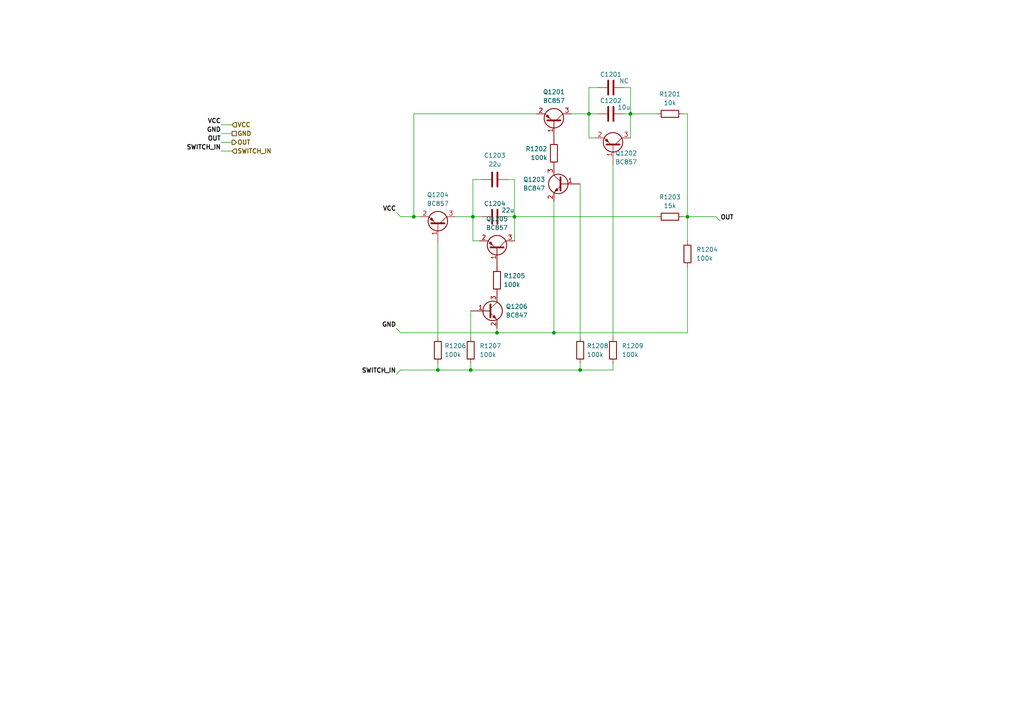
<source format=kicad_sch>
(kicad_sch (version 20211123) (generator eeschema)
  (paper "A4")
  (title_block (title "CanSat 2023") (rev "2022") (company "The Project SkyFall") (comment 1 "David Haisman"))
  (lib_symbols
    (symbol "Device:C" (pin_numbers hide) (pin_names (offset 0.254))
      (property "Reference" "C" (at 0.635 2.54 0))
      (property "Value" "C" (at 0.635 -2.54 0))
      (symbol "C_0_1"
        (polyline (pts (xy -2.032 -0.762) (xy 2.032 -0.762)) (stroke (width 0.508)))
        (polyline (pts (xy -2.032 0.762) (xy 2.032 0.762)) (stroke (width 0.508)))
      )
      (symbol "C_1_1"
        (pin passive line (at 0 3.81 270) (length 2.794) (name "~") (number "1"))
        (pin passive line (at 0 -3.81 90) (length 2.794) (name "~") (number "2"))
      )
    )
    (symbol "Device:R" (pin_numbers hide) (pin_names (offset 0))
      (property "Reference" "R" (at 2.032 0 90))
      (property "Value" "R" (at 0 0 90))
      (symbol "R_0_1"
        (rectangle (start -1.016 -2.54) (end 1.016 2.54) (stroke (width 0.254)))
      )
      (symbol "R_1_1"
        (pin passive line (at 0 3.81 270) (length 1.27) (name "~") (number "1"))
        (pin passive line (at 0 -3.81 90) (length 1.27) (name "~") (number "2"))
      )
    )
    (symbol "Transistor_BJT:BC847" (pin_names (offset 0) hide)
      (property "Reference" "Q" (at 5.08 1.905 0))
      (property "Value" "BC847" (at 5.08 0 0))
      (symbol "BC847_0_1"
        (polyline (pts (xy 0.635 0.635) (xy 2.54 2.54)))
        (polyline (pts (xy 0.635 -0.635) (xy 2.54 -2.54) (xy 2.54 -2.54)))
        (polyline (pts (xy 0.635 1.905) (xy 0.635 -1.905) (xy 0.635 -1.905)) (stroke (width 0.508)))
        (polyline (pts (xy 1.27 -1.778) (xy 1.778 -1.27) (xy 2.286 -2.286) (xy 1.27 -1.778) (xy 1.27 -1.778)) (fill (type outline)))
        (circle (center 1.27 0) (radius 2.8194) (stroke (width 0.254)))
      )
      (symbol "BC847_1_1"
        (pin input line (at -5.08 0 0) (length 5.715) (name "B") (number "1"))
        (pin passive line (at 2.54 -5.08 90) (length 2.54) (name "E") (number "2"))
        (pin passive line (at 2.54 5.08 270) (length 2.54) (name "C") (number "3"))
      )
    )
    (symbol "Transistor_BJT:BC857" (pin_names (offset 0) hide)
      (property "Reference" "Q" (at 5.08 1.905 0))
      (property "Value" "BC857" (at 5.08 0 0))
      (symbol "BC857_0_1"
        (polyline (pts (xy 0.635 0.635) (xy 2.54 2.54)))
        (polyline (pts (xy 0.635 -0.635) (xy 2.54 -2.54) (xy 2.54 -2.54)))
        (polyline (pts (xy 0.635 1.905) (xy 0.635 -1.905) (xy 0.635 -1.905)) (stroke (width 0.508)))
        (polyline (pts (xy 2.286 -1.778) (xy 1.778 -2.286) (xy 1.27 -1.27) (xy 2.286 -1.778) (xy 2.286 -1.778)) (fill (type outline)))
        (circle (center 1.27 0) (radius 2.8194) (stroke (width 0.254)))
      )
      (symbol "BC857_1_1"
        (pin input line (at -5.08 0 0) (length 5.715) (name "B") (number "1"))
        (pin passive line (at 2.54 -5.08 90) (length 2.54) (name "E") (number "2"))
        (pin passive line (at 2.54 5.08 270) (length 2.54) (name "C") (number "3"))
      )
    )
  )
  (junction (at 144.145 96.52))
  (junction (at 149.225 62.865))
  (junction (at 137.16 62.865))
  (junction (at 199.39 62.865))
  (junction (at 127 107.315))
  (junction (at 168.275 107.315))
  (junction (at 120.015 62.865))
  (junction (at 170.815 33.02))
  (junction (at 160.655 96.52))
  (junction (at 182.88 33.02))
  (junction (at 136.525 107.315))
  (wire (pts (xy 132.08 62.865) (xy 137.16 62.865)))
  (wire (pts (xy 116.205 62.865) (xy 114.935 61.595)))
  (wire (pts (xy 136.525 107.315) (xy 168.275 107.315)))
  (wire (pts (xy 64.135 36.195) (xy 67.31 36.195)))
  (wire (pts (xy 198.12 33.02) (xy 199.39 33.02)))
  (wire (pts (xy 116.205 107.315) (xy 127 107.315)))
  (wire (pts (xy 199.39 33.02) (xy 199.39 62.865)))
  (wire (pts (xy 114.935 95.25) (xy 116.205 96.52)))
  (wire (pts (xy 114.935 108.585) (xy 116.205 107.315)))
  (wire (pts (xy 137.16 62.865) (xy 139.7 62.865)))
  (wire (pts (xy 147.32 52.07) (xy 149.225 52.07)))
  (wire (pts (xy 182.88 33.02) (xy 182.88 40.005)))
  (wire (pts (xy 207.645 62.865) (xy 208.915 64.135)))
  (wire (pts (xy 136.525 107.315) (xy 127 107.315)))
  (wire (pts (xy 137.16 52.07) (xy 137.16 62.865)))
  (wire (pts (xy 139.7 52.07) (xy 137.16 52.07)))
  (wire (pts (xy 182.88 25.4) (xy 182.88 33.02)))
  (wire (pts (xy 170.815 25.4) (xy 170.815 33.02)))
  (wire (pts (xy 160.655 96.52) (xy 199.39 96.52)))
  (wire (pts (xy 198.12 62.865) (xy 199.39 62.865)))
  (wire (pts (xy 137.16 69.85) (xy 137.16 62.865)))
  (wire (pts (xy 127 97.79) (xy 127 70.485)))
  (wire (pts (xy 149.225 62.865) (xy 190.5 62.865)))
  (wire (pts (xy 144.145 96.52) (xy 160.655 96.52)))
  (wire (pts (xy 180.975 25.4) (xy 182.88 25.4)))
  (wire (pts (xy 149.225 62.865) (xy 149.225 69.85)))
  (wire (pts (xy 136.525 90.17) (xy 136.525 97.79)))
  (wire (pts (xy 199.39 62.865) (xy 207.645 62.865)))
  (wire (pts (xy 165.735 33.02) (xy 170.815 33.02)))
  (wire (pts (xy 144.145 95.25) (xy 144.145 96.52)))
  (wire (pts (xy 168.275 107.315) (xy 177.8 107.315)))
  (wire (pts (xy 139.065 69.85) (xy 137.16 69.85)))
  (wire (pts (xy 64.135 38.735) (xy 67.31 38.735)))
  (wire (pts (xy 136.525 105.41) (xy 136.525 107.315)))
  (wire (pts (xy 64.135 41.275) (xy 67.31 41.275)))
  (wire (pts (xy 177.8 47.625) (xy 177.8 97.79)))
  (wire (pts (xy 120.015 33.02) (xy 120.015 62.865)))
  (wire (pts (xy 182.88 33.02) (xy 190.5 33.02)))
  (wire (pts (xy 199.39 77.47) (xy 199.39 96.52)))
  (wire (pts (xy 116.205 96.52) (xy 144.145 96.52)))
  (wire (pts (xy 147.32 62.865) (xy 149.225 62.865)))
  (wire (pts (xy 170.815 33.02) (xy 173.355 33.02)))
  (wire (pts (xy 160.655 58.42) (xy 160.655 96.52)))
  (wire (pts (xy 177.8 105.41) (xy 177.8 107.315)))
  (wire (pts (xy 168.275 107.315) (xy 168.275 105.41)))
  (wire (pts (xy 64.135 43.815) (xy 67.31 43.815)))
  (wire (pts (xy 170.815 40.005) (xy 170.815 33.02)))
  (wire (pts (xy 172.72 40.005) (xy 170.815 40.005)))
  (wire (pts (xy 149.225 52.07) (xy 149.225 62.865)))
  (wire (pts (xy 199.39 62.865) (xy 199.39 69.85)))
  (wire (pts (xy 180.975 33.02) (xy 182.88 33.02)))
  (wire (pts (xy 120.015 62.865) (xy 121.92 62.865)))
  (wire (pts (xy 155.575 33.02) (xy 120.015 33.02)))
  (wire (pts (xy 173.355 25.4) (xy 170.815 25.4)))
  (wire (pts (xy 116.205 62.865) (xy 120.015 62.865)))
  (wire (pts (xy 127 107.315) (xy 127 105.41)))
  (wire (pts (xy 168.275 53.34) (xy 168.275 97.79)))
  (label "VCC" (at 114.935 61.595 180) (effects (font bold)))
  (label "GND" (at 114.935 95.25 180) (effects (font bold)))
  (label "OUT" (at 64.135 41.275 180) (effects (font bold)))
  (label "SWITCH_IN" (at 114.935 108.585 180) (effects (font bold)))
  (label "SWITCH_IN" (at 64.135 43.815 180) (effects (font bold)))
  (label "OUT" (at 208.915 64.135 0) (effects (font bold)))
  (label "VCC" (at 64.135 36.195 180) (effects (font bold)))
  (label "GND" (at 64.135 38.735 180) (effects (font bold)))
  (hierarchical_label "VCC" (shape input) (at 67.31 36.195 0) (effects (font (thickness 0.254) bold)))
  (hierarchical_label "OUT" (shape output) (at 67.31 41.275 0) (effects (font bold)))
  (hierarchical_label "GND" (shape passive) (at 67.31 38.735 0) (effects (font bold)))
  (hierarchical_label "SWITCH_IN" (shape input) (at 67.31 43.815 0) (effects (font bold)))
  (symbol (lib_id "Device:R") (at 160.655 44.45 0) (mirror x) (unit 1)
    (property "Reference" "R1202" (at 158.75 43.1799 0) (effects (justify right)))
    (property "Value" "100k" (at 158.75 45.7199 0) (effects (justify right)))
    (property "Footprint" "Resistor_SMD:R_0805_2012Metric" (effects hide))
  )
  (symbol (lib_id "Device:R") (at 194.31 33.02 90) (unit 1)
    (property "Reference" "R1201" (at 194.31 27.305 90))
    (property "Value" "10k" (at 194.31 29.845 90))
    (property "Footprint" "Resistor_SMD:R_0805_2012Metric" (effects hide))
  )
  (symbol (lib_id "Device:R") (at 168.275 101.6 180) (unit 1)
    (property "Reference" "R1208" (at 170.18 100.3299 0) (effects (justify right)))
    (property "Value" "100k" (at 170.18 102.8699 0) (effects (justify right)))
    (property "Footprint" "Resistor_SMD:R_0805_2012Metric" (effects hide))
  )
  (symbol (lib_id "Transistor_BJT:BC847") (at 141.605 90.17 0) (unit 1)
    (property "Reference" "Q1206" (at 146.685 88.8999 0) (effects (justify left)))
    (property "Value" "BC847" (at 146.685 91.4399 0) (effects (justify left)))
    (property "Footprint" "Package_TO_SOT_SMD:SOT-23" (effects hide))
    (property "Datasheet" "http://www.infineon.com/dgdl/Infineon-BC847SERIES_BC848SERIES_BC849SERIES_BC850SERIES-DS-v01_01-en.pdf?fileId=db3a304314dca389011541d4630a1657" (effects hide))
  )
  (symbol (lib_id "Device:R") (at 177.8 101.6 180) (unit 1)
    (property "Reference" "R1209" (at 180.34 100.3299 0) (effects (justify right)))
    (property "Value" "100k" (at 180.34 102.8699 0) (effects (justify right)))
    (property "Footprint" "Resistor_SMD:R_0805_2012Metric" (effects hide))
  )
  (symbol (lib_id "Device:C") (at 143.51 62.865 90) (unit 1)
    (property "Reference" "C1204" (at 143.51 59.055 90))
    (property "Value" "22u" (at 147.32 60.96 90))
    (property "Footprint" "Capacitor_SMD:C_0805_2012Metric" (effects hide))
  )
  (symbol (lib_id "Device:C") (at 177.165 33.02 90) (unit 1)
    (property "Reference" "C1202" (at 177.165 29.21 90))
    (property "Value" "10u" (at 180.975 31.115 90))
    (property "Footprint" "Capacitor_SMD:C_0805_2012Metric" (effects hide))
  )
  (symbol (lib_id "Transistor_BJT:BC857") (at 177.8 42.545 270) (mirror x) (unit 1)
    (property "Reference" "Q1202" (at 181.61 44.45 90))
    (property "Value" "BC857" (at 181.61 46.99 90))
    (property "Footprint" "Package_TO_SOT_SMD:SOT-23" (effects hide))
    (property "Datasheet" "https://www.onsemi.com/pub/Collateral/BC860-D.pdf" (effects hide))
  )
  (symbol (lib_id "Device:R") (at 127 101.6 180) (unit 1)
    (property "Reference" "R1206" (at 128.905 100.3299 0) (effects (justify right)))
    (property "Value" "100k" (at 128.905 102.8699 0) (effects (justify right)))
    (property "Footprint" "Resistor_SMD:R_0805_2012Metric" (effects hide))
  )
  (symbol (lib_id "Device:R") (at 144.145 81.28 180) (unit 1)
    (property "Reference" "R1205" (at 146.05 80.0099 0) (effects (justify right)))
    (property "Value" "100k" (at 146.05 82.5499 0) (effects (justify right)))
    (property "Footprint" "Resistor_SMD:R_0805_2012Metric" (effects hide))
  )
  (symbol (lib_id "Transistor_BJT:BC847") (at 163.195 53.34 0) (mirror y) (unit 1)
    (property "Reference" "Q1203" (at 158.115 52.0699 0) (effects (justify left)))
    (property "Value" "BC847" (at 158.115 54.6099 0) (effects (justify left)))
    (property "Footprint" "Package_TO_SOT_SMD:SOT-23" (effects hide))
    (property "Datasheet" "http://www.infineon.com/dgdl/Infineon-BC847SERIES_BC848SERIES_BC849SERIES_BC850SERIES-DS-v01_01-en.pdf?fileId=db3a304314dca389011541d4630a1657" (effects hide))
  )
  (symbol (lib_id "Device:C") (at 177.165 25.4 90) (unit 1)
    (property "Reference" "C1201" (at 177.165 21.59 90))
    (property "Value" "NC" (at 180.975 23.495 90))
    (property "Footprint" "Capacitor_SMD:C_0805_2012Metric" (effects hide))
  )
  (symbol (lib_id "Device:R") (at 136.525 101.6 180) (unit 1)
    (property "Reference" "R1207" (at 139.065 100.3299 0) (effects (justify right)))
    (property "Value" "100k" (at 139.065 102.8699 0) (effects (justify right)))
    (property "Footprint" "Resistor_SMD:R_0805_2012Metric" (effects hide))
  )
  (symbol (lib_id "Device:R") (at 199.39 73.66 180) (unit 1)
    (property "Reference" "R1204" (at 201.93 72.3899 0) (effects (justify right)))
    (property "Value" "100k" (at 201.93 74.9299 0) (effects (justify right)))
    (property "Footprint" "Resistor_SMD:R_0805_2012Metric" (effects hide))
  )
  (symbol (lib_id "Transistor_BJT:BC857") (at 144.145 72.39 270) (mirror x) (unit 1)
    (property "Reference" "Q1205" (at 144.145 63.5 90))
    (property "Value" "BC857" (at 144.145 66.04 90))
    (property "Footprint" "Package_TO_SOT_SMD:SOT-23" (effects hide))
    (property "Datasheet" "https://www.onsemi.com/pub/Collateral/BC860-D.pdf" (effects hide))
  )
  (symbol (lib_id "Device:C") (at 143.51 52.07 90) (unit 1)
    (property "Reference" "C1203" (at 143.51 45.085 90))
    (property "Value" "22u" (at 143.51 47.625 90))
    (property "Footprint" "Capacitor_SMD:C_0805_2012Metric" (effects hide))
  )
  (symbol (lib_id "Transistor_BJT:BC857") (at 127 65.405 270) (mirror x) (unit 1)
    (property "Reference" "Q1204" (at 127 56.515 90))
    (property "Value" "BC857" (at 127 59.055 90))
    (property "Footprint" "Package_TO_SOT_SMD:SOT-23" (effects hide))
    (property "Datasheet" "https://www.onsemi.com/pub/Collateral/BC860-D.pdf" (effects hide))
  )
  (symbol (lib_id "Device:R") (at 194.31 62.865 90) (unit 1)
    (property "Reference" "R1203" (at 194.31 57.15 90))
    (property "Value" "15k" (at 194.31 59.69 90))
    (property "Footprint" "Resistor_SMD:R_0805_2012Metric" (effects hide))
  )
  (symbol (lib_id "Transistor_BJT:BC857") (at 160.655 35.56 270) (mirror x) (unit 1)
    (property "Reference" "Q1201" (at 160.655 26.67 90))
    (property "Value" "BC857" (at 160.655 29.21 90))
    (property "Footprint" "Package_TO_SOT_SMD:SOT-23" (effects hide))
    (property "Datasheet" "https://www.onsemi.com/pub/Collateral/BC860-D.pdf" (effects hide))
  )
)
</source>
